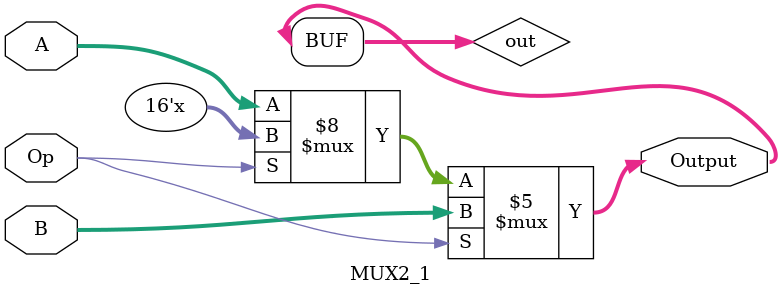
<source format=v>
`timescale 1ns / 1ps
module MUX2_1(
	 input [15:0] A,
    input [15:0] B,
    input Op,
    output [15:0] Output
    );
	reg [15:0] out;
	assign Output = out;
	always @ (*) begin
	if (Op == 0)
		out = A;
	if (Op == 1)
		out = B;
	end
endmodule

</source>
